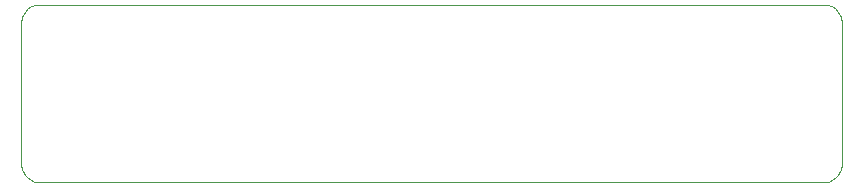
<source format=gbr>
%TF.GenerationSoftware,KiCad,Pcbnew,(5.1.6)-1*%
%TF.CreationDate,2022-05-14T23:18:14+05:30*%
%TF.ProjectId,iSPACE_keychain,69535041-4345-45f6-9b65-79636861696e,rev?*%
%TF.SameCoordinates,Original*%
%TF.FileFunction,Profile,NP*%
%FSLAX46Y46*%
G04 Gerber Fmt 4.6, Leading zero omitted, Abs format (unit mm)*
G04 Created by KiCad (PCBNEW (5.1.6)-1) date 2022-05-14 23:18:14*
%MOMM*%
%LPD*%
G01*
G04 APERTURE LIST*
%TA.AperFunction,Profile*%
%ADD10C,0.100000*%
%TD*%
G04 APERTURE END LIST*
D10*
X84283989Y-83051001D02*
X150971239Y-83051001D01*
X150971239Y-83051001D02*
X151115139Y-83059801D01*
X151115139Y-83059801D02*
X151255039Y-83085801D01*
X151255039Y-83085801D02*
X151389939Y-83128101D01*
X151389939Y-83128101D02*
X151519139Y-83185701D01*
X151519139Y-83185701D02*
X151642539Y-83258001D01*
X151642539Y-83258001D02*
X151758639Y-83344001D01*
X151758639Y-83344001D02*
X151866639Y-83442801D01*
X151866639Y-83442801D02*
X151966339Y-83553701D01*
X151966339Y-83553701D02*
X152057139Y-83675701D01*
X152057139Y-83675701D02*
X152138039Y-83808001D01*
X152138039Y-83808001D02*
X152208339Y-83949801D01*
X152208339Y-83949801D02*
X152267239Y-84100301D01*
X152267239Y-84100301D02*
X152313839Y-84258401D01*
X152313839Y-84258401D02*
X152349039Y-84423501D01*
X152349039Y-84423501D02*
X152370239Y-84594701D01*
X152370239Y-84594701D02*
X152377639Y-84771001D01*
X152377639Y-84771001D02*
X152377639Y-96331001D01*
X152377639Y-96331001D02*
X152370239Y-96507301D01*
X152370239Y-96507301D02*
X152349039Y-96678501D01*
X152349039Y-96678501D02*
X152313839Y-96843501D01*
X152313839Y-96843501D02*
X152267239Y-97001701D01*
X152267239Y-97001701D02*
X152208339Y-97152101D01*
X152208339Y-97152101D02*
X152138039Y-97293901D01*
X152138039Y-97293901D02*
X152057139Y-97426301D01*
X152057139Y-97426301D02*
X151966339Y-97548301D01*
X151966339Y-97548301D02*
X151866639Y-97659201D01*
X151866639Y-97659201D02*
X151758639Y-97758001D01*
X151758639Y-97758001D02*
X151642539Y-97844001D01*
X151642539Y-97844001D02*
X151519139Y-97916201D01*
X151519139Y-97916201D02*
X151389939Y-97973901D01*
X151389939Y-97973901D02*
X151255039Y-98016201D01*
X151255039Y-98016201D02*
X151115139Y-98042101D01*
X151115139Y-98042101D02*
X150971239Y-98051001D01*
X150971239Y-98051001D02*
X84283989Y-98051001D01*
X84283989Y-98051001D02*
X84139269Y-98042101D01*
X84139269Y-98042101D02*
X83999449Y-98016201D01*
X83999449Y-98016201D02*
X83864539Y-97973901D01*
X83864539Y-97973901D02*
X83735348Y-97916201D01*
X83735348Y-97916201D02*
X83611883Y-97844001D01*
X83611883Y-97844001D02*
X83496595Y-97758001D01*
X83496595Y-97758001D02*
X83387848Y-97659201D01*
X83387848Y-97659201D02*
X83288095Y-97548301D01*
X83288095Y-97548301D02*
X83197336Y-97426301D01*
X83197336Y-97426301D02*
X83117207Y-97293901D01*
X83117207Y-97293901D02*
X83046889Y-97152101D01*
X83046889Y-97152101D02*
X82987201Y-97001701D01*
X82987201Y-97001701D02*
X82940595Y-96843501D01*
X82940595Y-96843501D02*
X82905436Y-96678501D01*
X82905436Y-96678501D02*
X82884177Y-96507301D01*
X82884177Y-96507301D02*
X82877636Y-96331001D01*
X82877636Y-96331001D02*
X82877636Y-84771001D01*
X82877636Y-84771001D02*
X82884177Y-84594701D01*
X82884177Y-84594701D02*
X82905436Y-84423501D01*
X82905436Y-84423501D02*
X82940595Y-84258401D01*
X82940595Y-84258401D02*
X82987201Y-84100301D01*
X82987201Y-84100301D02*
X83046889Y-83949801D01*
X83046889Y-83949801D02*
X83117207Y-83808001D01*
X83117207Y-83808001D02*
X83197336Y-83675701D01*
X83197336Y-83675701D02*
X83288095Y-83553701D01*
X83288095Y-83553701D02*
X83387848Y-83442801D01*
X83387848Y-83442801D02*
X83496595Y-83344001D01*
X83496595Y-83344001D02*
X83611883Y-83258001D01*
X83611883Y-83258001D02*
X83735348Y-83185701D01*
X83735348Y-83185701D02*
X83864539Y-83128101D01*
X83864539Y-83128101D02*
X83999449Y-83085801D01*
X83999449Y-83085801D02*
X84139269Y-83059801D01*
X84139269Y-83059801D02*
X84283989Y-83051001D01*
X84283989Y-83051001D02*
X84283989Y-83051001D01*
X84283989Y-83051001D02*
X84283989Y-83051001D01*
M02*

</source>
